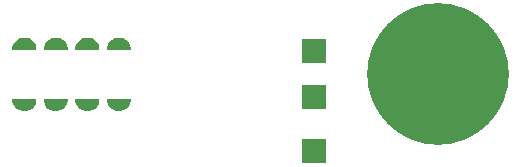
<source format=gts>
G04*
G04 #@! TF.GenerationSoftware,Altium Limited,Altium Designer,21.2.2 (38)*
G04*
G04 Layer_Color=8388736*
%FSLAX44Y44*%
%MOMM*%
G71*
G04*
G04 #@! TF.SameCoordinates,38469D2A-1F5E-4814-807B-87B784357471*
G04*
G04*
G04 #@! TF.FilePolarity,Negative*
G04*
G01*
G75*
%ADD10R,2.0000X2.0000*%
%ADD12C,12.0000*%
G36*
X-360174Y-21000D02*
X-360174Y-22339D01*
X-359481Y-24926D01*
X-358142Y-27245D01*
X-356248Y-29139D01*
X-353929Y-30478D01*
X-351342Y-31171D01*
X-348664D01*
X-346077Y-30478D01*
X-343758Y-29139D01*
X-341864Y-27245D01*
X-340525Y-24926D01*
X-339832Y-22339D01*
X-339832Y-21000D01*
X-339832D01*
X-360174D01*
D02*
G37*
G36*
X-333674D02*
X-333674Y-22339D01*
X-332981Y-24926D01*
X-331642Y-27245D01*
X-329748Y-29139D01*
X-327429Y-30478D01*
X-324842Y-31171D01*
X-322164D01*
X-319577Y-30478D01*
X-317258Y-29139D01*
X-315364Y-27245D01*
X-314025Y-24926D01*
X-313332Y-22339D01*
X-313332Y-21000D01*
X-313332D01*
X-333674D01*
D02*
G37*
G36*
X-339829Y21000D02*
X-339829Y22339D01*
X-340522Y24926D01*
X-341861Y27245D01*
X-343755Y29139D01*
X-346074Y30478D01*
X-348661Y31171D01*
X-351339D01*
X-353926Y30478D01*
X-356245Y29139D01*
X-358139Y27245D01*
X-359478Y24926D01*
X-360171Y22339D01*
X-360171Y21000D01*
Y21000D01*
X-339829Y21000D01*
D02*
G37*
G36*
X-313079D02*
X-313079Y22341D01*
X-313773Y24933D01*
X-315115Y27257D01*
X-317012Y29154D01*
X-319336Y30495D01*
X-321927Y31190D01*
X-324610Y31190D01*
X-327202Y30495D01*
X-329525Y29154D01*
X-331423Y27257D01*
X-332764Y24933D01*
X-333459Y22341D01*
X-333458Y21000D01*
Y21000D01*
X-313079Y21000D01*
D02*
G37*
G36*
X-306924Y-21000D02*
X-306924Y-22339D01*
X-306231Y-24926D01*
X-304892Y-27245D01*
X-302998Y-29139D01*
X-300679Y-30478D01*
X-298092Y-31171D01*
X-295414D01*
X-292827Y-30478D01*
X-290508Y-29139D01*
X-288614Y-27245D01*
X-287275Y-24926D01*
X-286582Y-22339D01*
X-286582Y-21000D01*
X-286582D01*
X-306924D01*
D02*
G37*
G36*
X-280174D02*
X-280174Y-22339D01*
X-279481Y-24926D01*
X-278142Y-27245D01*
X-276248Y-29139D01*
X-273929Y-30478D01*
X-271342Y-31171D01*
X-268664D01*
X-266077Y-30478D01*
X-263758Y-29139D01*
X-261864Y-27245D01*
X-260525Y-24926D01*
X-259832Y-22339D01*
X-259832Y-21000D01*
X-259832D01*
X-280174D01*
D02*
G37*
G36*
X-286579Y21000D02*
X-286579Y22339D01*
X-287272Y24926D01*
X-288611Y27245D01*
X-290505Y29139D01*
X-292824Y30478D01*
X-295411Y31171D01*
X-298089D01*
X-300676Y30478D01*
X-302995Y29139D01*
X-304889Y27245D01*
X-306228Y24926D01*
X-306921Y22339D01*
X-306921Y21000D01*
Y21000D01*
X-286579Y21000D01*
D02*
G37*
G36*
X-259829D02*
X-259829Y22339D01*
X-260522Y24926D01*
X-261861Y27245D01*
X-263755Y29139D01*
X-266074Y30478D01*
X-268661Y31171D01*
X-271339D01*
X-273926Y30478D01*
X-276245Y29139D01*
X-278139Y27245D01*
X-279478Y24926D01*
X-280171Y22339D01*
X-280171Y21000D01*
Y21000D01*
X-259829Y21000D01*
D02*
G37*
D10*
X-105000Y-19000D02*
D03*
Y-65000D02*
D03*
Y20000D02*
D03*
D12*
X0Y0D02*
D03*
M02*

</source>
